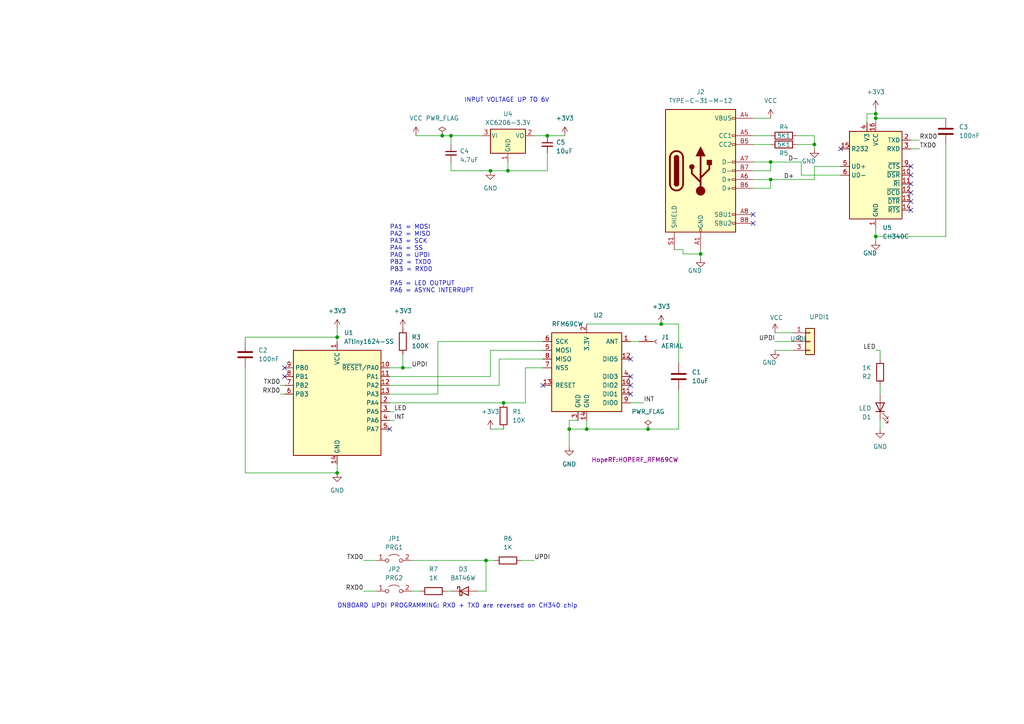
<source format=kicad_sch>
(kicad_sch (version 20230121) (generator eeschema)
  (paper "A4")
  (lib_symbols
    (symbol "Connector:Conn_01x01_Socket" (pin_names (offset 1.016) hide)
      (property "Reference" "J" (at 0 2.54 0))
      (property "Value" "Conn_01x01_Socket" (at 0 -2.54 0))
      (symbol "Conn_01x01_Socket_1_1"
        (polyline (pts (xy -1.27 0) (xy -0.508 0)) (stroke (width 0.1524)))
        (arc (start 0 0.508) (mid -0.5058 0) (end 0 -0.508) (stroke (width 0.1524)))
        (pin passive line (at -5.08 0 0) (length 3.81) (name "Pin_1") (number "1"))
      )
    )
    (symbol "Connector:USB_C_Receptacle_USB2.0" (pin_names (offset 1.016))
      (property "Reference" "J" (at -10.16 19.05 0))
      (property "Value" "USB_C_Receptacle_USB2.0" (at 19.05 19.05 0))
      (symbol "USB_C_Receptacle_USB2.0_0_0"
        (rectangle (start -0.254 -17.78) (end 0.254 -16.764))
        (rectangle (start 10.16 -14.986) (end 9.144 -15.494))
        (rectangle (start 10.16 -12.446) (end 9.144 -12.954))
        (rectangle (start 10.16 -4.826) (end 9.144 -5.334))
        (rectangle (start 10.16 -2.286) (end 9.144 -2.794))
        (rectangle (start 10.16 0.254) (end 9.144 -0.254))
        (rectangle (start 10.16 2.794) (end 9.144 2.286))
        (rectangle (start 10.16 7.874) (end 9.144 7.366))
        (rectangle (start 10.16 10.414) (end 9.144 9.906))
        (rectangle (start 10.16 15.494) (end 9.144 14.986))
      )
      (symbol "USB_C_Receptacle_USB2.0_0_1"
        (rectangle (start -10.16 17.78) (end 10.16 -17.78) (stroke (width 0.254)) (fill (type background)))
        (arc (start -8.89 -3.81) (mid -6.985 -5.7067) (end -5.08 -3.81) (stroke (width 0.508)))
        (arc (start -7.62 -3.81) (mid -6.985 -4.4423) (end -6.35 -3.81) (stroke (width 0.254)))
        (arc (start -7.62 -3.81) (mid -6.985 -4.4423) (end -6.35 -3.81) (stroke (width 0.254)) (fill (type outline)))
        (rectangle (start -7.62 -3.81) (end -6.35 3.81) (stroke (width 0.254)) (fill (type outline)))
        (arc (start -6.35 3.81) (mid -6.985 4.4423) (end -7.62 3.81) (stroke (width 0.254)))
        (arc (start -6.35 3.81) (mid -6.985 4.4423) (end -7.62 3.81) (stroke (width 0.254)) (fill (type outline)))
        (arc (start -5.08 3.81) (mid -6.985 5.7067) (end -8.89 3.81) (stroke (width 0.508)))
        (circle (center -2.54 1.143) (radius 0.635) (stroke (width 0.254)) (fill (type outline)))
        (circle (center 0 -5.842) (radius 1.27) (fill (type outline)))
        (polyline (pts (xy -8.89 -3.81) (xy -8.89 3.81)) (stroke (width 0.508)))
        (polyline (pts (xy -5.08 3.81) (xy -5.08 -3.81)) (stroke (width 0.508)))
        (polyline (pts (xy 0 -5.842) (xy 0 4.318)) (stroke (width 0.508)))
        (polyline (pts (xy 0 -3.302) (xy -2.54 -0.762) (xy -2.54 0.508)) (stroke (width 0.508)))
        (polyline (pts (xy 0 -2.032) (xy 2.54 0.508) (xy 2.54 1.778)) (stroke (width 0.508)))
        (polyline (pts (xy -1.27 4.318) (xy 0 6.858) (xy 1.27 4.318) (xy -1.27 4.318)) (stroke (width 0.254)) (fill (type outline)))
        (rectangle (start 1.905 1.778) (end 3.175 3.048) (stroke (width 0.254)) (fill (type outline)))
      )
      (symbol "USB_C_Receptacle_USB2.0_1_1"
        (pin passive line (at 0 -22.86 90) (length 5.08) (name "GND") (number "A1"))
        (pin passive line (at 0 -22.86 90) (length 5.08) hide (name "GND") (number "A12"))
        (pin passive line (at 15.24 15.24 180) (length 5.08) (name "VBUS") (number "A4"))
        (pin bidirectional line (at 15.24 10.16 180) (length 5.08) (name "CC1") (number "A5"))
        (pin bidirectional line (at 15.24 -2.54 180) (length 5.08) (name "D+") (number "A6"))
        (pin bidirectional line (at 15.24 2.54 180) (length 5.08) (name "D-") (number "A7"))
        (pin bidirectional line (at 15.24 -12.7 180) (length 5.08) (name "SBU1") (number "A8"))
        (pin passive line (at 15.24 15.24 180) (length 5.08) hide (name "VBUS") (number "A9"))
        (pin passive line (at 0 -22.86 90) (length 5.08) hide (name "GND") (number "B1"))
        (pin passive line (at 0 -22.86 90) (length 5.08) hide (name "GND") (number "B12"))
        (pin passive line (at 15.24 15.24 180) (length 5.08) hide (name "VBUS") (number "B4"))
        (pin bidirectional line (at 15.24 7.62 180) (length 5.08) (name "CC2") (number "B5"))
        (pin bidirectional line (at 15.24 -5.08 180) (length 5.08) (name "D+") (number "B6"))
        (pin bidirectional line (at 15.24 0 180) (length 5.08) (name "D-") (number "B7"))
        (pin bidirectional line (at 15.24 -15.24 180) (length 5.08) (name "SBU2") (number "B8"))
        (pin passive line (at 15.24 15.24 180) (length 5.08) hide (name "VBUS") (number "B9"))
        (pin passive line (at -7.62 -22.86 90) (length 5.08) (name "SHIELD") (number "S1"))
      )
    )
    (symbol "Connector_Generic:Conn_01x03" (pin_names (offset 1.016) hide)
      (property "Reference" "J" (at 0 5.08 0))
      (property "Value" "Conn_01x03" (at 0 -5.08 0))
      (symbol "Conn_01x03_1_1"
        (rectangle (start -1.27 -2.413) (end 0 -2.667) (stroke (width 0.1524)))
        (rectangle (start -1.27 0.127) (end 0 -0.127) (stroke (width 0.1524)))
        (rectangle (start -1.27 2.667) (end 0 2.413) (stroke (width 0.1524)))
        (rectangle (start -1.27 3.81) (end 1.27 -3.81) (stroke (width 0.254)) (fill (type background)))
        (pin passive line (at -5.08 2.54 0) (length 3.81) (name "Pin_1") (number "1"))
        (pin passive line (at -5.08 0 0) (length 3.81) (name "Pin_2") (number "2"))
        (pin passive line (at -5.08 -2.54 0) (length 3.81) (name "Pin_3") (number "3"))
      )
    )
    (symbol "Device:C" (pin_numbers hide) (pin_names (offset 0.254))
      (property "Reference" "C" (at 0.635 2.54 0))
      (property "Value" "C" (at 0.635 -2.54 0))
      (symbol "C_0_1"
        (polyline (pts (xy -2.032 -0.762) (xy 2.032 -0.762)) (stroke (width 0.508)))
        (polyline (pts (xy -2.032 0.762) (xy 2.032 0.762)) (stroke (width 0.508)))
      )
      (symbol "C_1_1"
        (pin passive line (at 0 3.81 270) (length 2.794) (name "~") (number "1"))
        (pin passive line (at 0 -3.81 90) (length 2.794) (name "~") (number "2"))
      )
    )
    (symbol "Device:C_Small" (pin_numbers hide) (pin_names (offset 0.254) hide)
      (property "Reference" "C" (at 0.254 1.778 0))
      (property "Value" "C_Small" (at 0.254 -2.032 0))
      (symbol "C_Small_0_1"
        (polyline (pts (xy -1.524 -0.508) (xy 1.524 -0.508)) (stroke (width 0.3302)))
        (polyline (pts (xy -1.524 0.508) (xy 1.524 0.508)) (stroke (width 0.3048)))
      )
      (symbol "C_Small_1_1"
        (pin passive line (at 0 2.54 270) (length 2.032) (name "~") (number "1"))
        (pin passive line (at 0 -2.54 90) (length 2.032) (name "~") (number "2"))
      )
    )
    (symbol "Device:D_Schottky" (pin_numbers hide) (pin_names (offset 1.016) hide)
      (property "Reference" "D" (at 0 2.54 0))
      (property "Value" "D_Schottky" (at 0 -2.54 0))
      (symbol "D_Schottky_0_1"
        (polyline (pts (xy 1.27 0) (xy -1.27 0)))
        (polyline (pts (xy 1.27 1.27) (xy 1.27 -1.27) (xy -1.27 0) (xy 1.27 1.27)) (stroke (width 0.254)))
        (polyline (pts (xy -1.905 0.635) (xy -1.905 1.27) (xy -1.27 1.27) (xy -1.27 -1.27) (xy -0.635 -1.27) (xy -0.635 -0.635)) (stroke (width 0.254)))
      )
      (symbol "D_Schottky_1_1"
        (pin passive line (at -3.81 0 0) (length 2.54) (name "K") (number "1"))
        (pin passive line (at 3.81 0 180) (length 2.54) (name "A") (number "2"))
      )
    )
    (symbol "Device:LED" (pin_numbers hide) (pin_names (offset 1.016) hide)
      (property "Reference" "D" (at 0 2.54 0))
      (property "Value" "LED" (at 0 -2.54 0))
      (symbol "LED_0_1"
        (polyline (pts (xy -1.27 -1.27) (xy -1.27 1.27)) (stroke (width 0.254)))
        (polyline (pts (xy -1.27 0) (xy 1.27 0)))
        (polyline (pts (xy 1.27 -1.27) (xy 1.27 1.27) (xy -1.27 0) (xy 1.27 -1.27)) (stroke (width 0.254)))
        (polyline (pts (xy -3.048 -0.762) (xy -4.572 -2.286) (xy -3.81 -2.286) (xy -4.572 -2.286) (xy -4.572 -1.524)))
        (polyline (pts (xy -1.778 -0.762) (xy -3.302 -2.286) (xy -2.54 -2.286) (xy -3.302 -2.286) (xy -3.302 -1.524)))
      )
      (symbol "LED_1_1"
        (pin passive line (at -3.81 0 0) (length 2.54) (name "K") (number "1"))
        (pin passive line (at 3.81 0 180) (length 2.54) (name "A") (number "2"))
      )
    )
    (symbol "Device:R" (pin_numbers hide) (pin_names (offset 0))
      (property "Reference" "R" (at 2.032 0 90))
      (property "Value" "R" (at 0 0 90))
      (symbol "R_0_1"
        (rectangle (start -1.016 -2.54) (end 1.016 2.54) (stroke (width 0.254)))
      )
      (symbol "R_1_1"
        (pin passive line (at 0 3.81 270) (length 1.27) (name "~") (number "1"))
        (pin passive line (at 0 -3.81 90) (length 1.27) (name "~") (number "2"))
      )
    )
    (symbol "HopeRF:RFM69CW" (pin_names (offset 1.016))
      (property "Reference" "U" (at -10.414 11.684 0))
      (property "Value" "RFM69CW" (at 1.524 11.43 0))
      (symbol "RFM69CW_0_1"
        (rectangle (start -10.16 10.16) (end 10.16 -12.7) (stroke (width 0.254)) (fill (type background)))
      )
      (symbol "RFM69CW_1_1"
        (pin bidirectional line (at 12.7 7.62 180) (length 2.54) (name "ANT") (number "1"))
        (pin bidirectional line (at 12.7 -5.08 180) (length 2.54) (name "DIO2") (number "10"))
        (pin bidirectional line (at 12.7 -7.62 180) (length 2.54) (name "DIO1") (number "11"))
        (pin bidirectional line (at 12.7 2.54 180) (length 2.54) (name "DIO5") (number "12"))
        (pin bidirectional line (at -12.7 -5.08 0) (length 2.54) (name "RESET") (number "13"))
        (pin power_in line (at 0 -15.24 90) (length 2.54) (name "GND") (number "14"))
        (pin power_in line (at 0 12.7 270) (length 2.54) (name "3.3V") (number "2"))
        (pin power_in line (at -2.54 -15.24 90) (length 2.54) (name "GND") (number "3"))
        (pin bidirectional line (at 12.7 -2.54 180) (length 2.54) (name "DIO3") (number "4"))
        (pin input line (at -12.7 5.08 0) (length 2.54) (name "MOSI") (number "5"))
        (pin input line (at -12.7 7.62 0) (length 2.54) (name "SCK") (number "6"))
        (pin input line (at -12.7 0 0) (length 2.54) (name "NSS") (number "7"))
        (pin output line (at -12.7 2.54 0) (length 2.54) (name "MISO") (number "8"))
        (pin bidirectional line (at 12.7 -10.16 180) (length 2.54) (name "DIO0") (number "9"))
      )
    )
    (symbol "Interface_USB:CH340C"
      (property "Reference" "U" (at -5.08 13.97 0))
      (property "Value" "CH340C" (at 1.27 13.97 0))
      (symbol "CH340C_0_1"
        (rectangle (start -7.62 12.7) (end 7.62 -12.7) (stroke (width 0.254)) (fill (type background)))
      )
      (symbol "CH340C_1_1"
        (pin power_in line (at 0 -15.24 90) (length 2.54) (name "GND") (number "1"))
        (pin input line (at 10.16 0 180) (length 2.54) (name "~{DSR}") (number "10"))
        (pin input line (at 10.16 -2.54 180) (length 2.54) (name "~{RI}") (number "11"))
        (pin input line (at 10.16 -5.08 180) (length 2.54) (name "~{DCD}") (number "12"))
        (pin output line (at 10.16 -7.62 180) (length 2.54) (name "~{DTR}") (number "13"))
        (pin output line (at 10.16 -10.16 180) (length 2.54) (name "~{RTS}") (number "14"))
        (pin input line (at -10.16 7.62 0) (length 2.54) (name "R232") (number "15"))
        (pin power_in line (at 0 15.24 270) (length 2.54) (name "VCC") (number "16"))
        (pin output line (at 10.16 10.16 180) (length 2.54) (name "TXD") (number "2"))
        (pin input line (at 10.16 7.62 180) (length 2.54) (name "RXD") (number "3"))
        (pin passive line (at -2.54 15.24 270) (length 2.54) (name "V3") (number "4"))
        (pin bidirectional line (at -10.16 2.54 0) (length 2.54) (name "UD+") (number "5"))
        (pin bidirectional line (at -10.16 0 0) (length 2.54) (name "UD-") (number "6"))
        (pin no_connect line (at -7.62 -7.62 0) (length 2.54) hide (name "NC") (number "7"))
        (pin no_connect line (at -7.62 -10.16 0) (length 2.54) hide (name "NC") (number "8"))
        (pin input line (at 10.16 2.54 180) (length 2.54) (name "~{CTS}") (number "9"))
      )
    )
    (symbol "Jumper:Jumper_2_Open" (pin_names (offset 0) hide)
      (property "Reference" "JP" (at 0 2.794 0))
      (property "Value" "Jumper_2_Open" (at 0 -2.286 0))
      (symbol "Jumper_2_Open_0_0"
        (circle (center -2.032 0) (radius 0.508))
        (circle (center 2.032 0) (radius 0.508))
      )
      (symbol "Jumper_2_Open_0_1"
        (arc (start 1.524 1.27) (mid 0 1.778) (end -1.524 1.27))
      )
      (symbol "Jumper_2_Open_1_1"
        (pin passive line (at -5.08 0 0) (length 2.54) (name "A") (number "1"))
        (pin passive line (at 5.08 0 180) (length 2.54) (name "B") (number "2"))
      )
    )
    (symbol "MCU_Microchip_ATtiny:ATtiny1624-SS"
      (property "Reference" "U" (at -12.7 16.51 0))
      (property "Value" "ATtiny1624-SS" (at 2.54 -16.51 0))
      (symbol "ATtiny1624-SS_0_1"
        (rectangle (start -12.7 -15.24) (end 12.7 15.24) (stroke (width 0.254)) (fill (type background)))
      )
      (symbol "ATtiny1624-SS_1_1"
        (pin power_in line (at 0 17.78 270) (length 2.54) (name "VCC") (number "1"))
        (pin bidirectional line (at 15.24 10.16 180) (length 2.54) (name "~{RESET}/PA0") (number "10"))
        (pin bidirectional line (at 15.24 7.62 180) (length 2.54) (name "PA1") (number "11"))
        (pin bidirectional line (at 15.24 5.08 180) (length 2.54) (name "PA2") (number "12"))
        (pin bidirectional line (at 15.24 2.54 180) (length 2.54) (name "PA3") (number "13"))
        (pin power_in line (at 0 -17.78 90) (length 2.54) (name "GND") (number "14"))
        (pin bidirectional line (at 15.24 0 180) (length 2.54) (name "PA4") (number "2"))
        (pin bidirectional line (at 15.24 -2.54 180) (length 2.54) (name "PA5") (number "3"))
        (pin bidirectional line (at 15.24 -5.08 180) (length 2.54) (name "PA6") (number "4"))
        (pin bidirectional line (at 15.24 -7.62 180) (length 2.54) (name "PA7") (number "5"))
        (pin bidirectional line (at -15.24 2.54 0) (length 2.54) (name "PB3") (number "6"))
        (pin bidirectional line (at -15.24 5.08 0) (length 2.54) (name "PB2") (number "7"))
        (pin bidirectional line (at -15.24 7.62 0) (length 2.54) (name "PB1") (number "8"))
        (pin bidirectional line (at -15.24 10.16 0) (length 2.54) (name "PB0") (number "9"))
      )
    )
    (symbol "Regulator_Linear:XC6206PxxxMR" (pin_names (offset 0.254))
      (property "Reference" "U" (at -3.81 3.175 0))
      (property "Value" "XC6206PxxxMR" (at 0 3.175 0))
      (symbol "XC6206PxxxMR_0_1"
        (rectangle (start -5.08 1.905) (end 5.08 -5.08) (stroke (width 0.254)) (fill (type background)))
      )
      (symbol "XC6206PxxxMR_1_1"
        (pin power_in line (at 0 -7.62 90) (length 2.54) (name "GND") (number "1"))
        (pin power_out line (at 7.62 0 180) (length 2.54) (name "VO") (number "2"))
        (pin power_in line (at -7.62 0 0) (length 2.54) (name "VI") (number "3"))
      )
    )
    (symbol "power:+3V3" (power) (pin_names (offset 0))
      (property "Value" "+3V3" (at 0 3.556 0))
      (symbol "+3V3_0_1"
        (polyline (pts (xy -0.762 1.27) (xy 0 2.54)))
        (polyline (pts (xy 0 0) (xy 0 2.54)))
        (polyline (pts (xy 0 2.54) (xy 0.762 1.27)))
      )
      (symbol "+3V3_1_1"
        (pin power_in line (at 0 0 90) (length 0) hide (name "+3V3") (number "1"))
      )
    )
    (symbol "power:GND" (power) (pin_names (offset 0))
      (property "Value" "GND" (at 0 -3.81 0))
      (symbol "GND_0_1"
        (polyline (pts (xy 0 0) (xy 0 -1.27) (xy 1.27 -1.27) (xy 0 -2.54) (xy -1.27 -1.27) (xy 0 -1.27)))
      )
      (symbol "GND_1_1"
        (pin power_in line (at 0 0 270) (length 0) hide (name "GND") (number "1"))
      )
    )
    (symbol "power:PWR_FLAG" (power) (pin_numbers hide) (pin_names (offset 0) hide)
      (property "Value" "PWR_FLAG" (at 0 3.81 0))
      (symbol "PWR_FLAG_0_0"
        (pin power_out line (at 0 0 90) (length 0) (name "pwr") (number "1"))
      )
      (symbol "PWR_FLAG_0_1"
        (polyline (pts (xy 0 0) (xy 0 1.27) (xy -1.016 1.905) (xy 0 2.54) (xy 1.016 1.905) (xy 0 1.27)))
      )
    )
    (symbol "power:VCC" (power) (pin_names (offset 0))
      (property "Value" "VCC" (at 0 3.81 0))
      (symbol "VCC_0_1"
        (polyline (pts (xy -0.762 1.27) (xy 0 2.54)))
        (polyline (pts (xy 0 0) (xy 0 2.54)))
        (polyline (pts (xy 0 2.54) (xy 0.762 1.27)))
      )
      (symbol "VCC_1_1"
        (pin power_in line (at 0 0 90) (length 0) hide (name "VCC") (number "1"))
      )
    )
  )
  (junction (at 140.97 162.56))
  (junction (at 170.18 124.46))
  (junction (at 165.1 124.46))
  (junction (at 187.96 124.46))
  (junction (at 223.52 46.99))
  (junction (at 254 33.02))
  (junction (at 254 68.58))
  (junction (at 236.22 41.91))
  (junction (at 130.81 39.37))
  (junction (at 97.79 137.16))
  (junction (at 128.27 39.37))
  (junction (at 254 34.29))
  (junction (at 158.75 39.37))
  (junction (at 146.05 116.84))
  (junction (at 97.79 97.79))
  (junction (at 203.2 73.66))
  (junction (at 142.24 49.53))
  (junction (at 116.84 106.68))
  (junction (at 147.32 49.53))
  (junction (at 191.77 93.98))
  (junction (at 223.52 52.07))
  (no_connect (at 113.03 124.46))
  (no_connect (at 182.88 109.22))
  (no_connect (at 82.55 109.22))
  (no_connect (at 218.44 64.77))
  (no_connect (at 82.55 106.68))
  (no_connect (at 264.16 58.42))
  (no_connect (at 182.88 111.76))
  (no_connect (at 218.44 62.23))
  (no_connect (at 264.16 50.8))
  (no_connect (at 243.84 43.18))
  (no_connect (at 264.16 53.34))
  (no_connect (at 182.88 114.3))
  (no_connect (at 264.16 55.88))
  (no_connect (at 264.16 48.26))
  (no_connect (at 182.88 104.14))
  (no_connect (at 264.16 60.96))
  (no_connect (at 157.48 111.76))
  (wire (pts (xy 191.77 93.98) (xy 196.85 93.98)))
  (wire (pts (xy 165.1 124.46) (xy 165.1 129.54)))
  (wire (pts (xy 218.44 54.61) (xy 223.52 54.61)))
  (wire (pts (xy 251.46 35.56) (xy 251.46 33.02)))
  (wire (pts (xy 264.16 43.18) (xy 266.7 43.18)))
  (wire (pts (xy 223.52 52.07) (xy 236.22 52.07)))
  (wire (pts (xy 71.12 97.79) (xy 97.79 97.79)))
  (wire (pts (xy 165.1 121.92) (xy 165.1 124.46)))
  (wire (pts (xy 182.88 116.84) (xy 186.69 116.84)))
  (wire (pts (xy 105.41 171.45) (xy 109.22 171.45)))
  (wire (pts (xy 147.32 49.53) (xy 158.75 49.53)))
  (wire (pts (xy 97.79 97.79) (xy 97.79 99.06)))
  (wire (pts (xy 218.44 49.53) (xy 223.52 49.53)))
  (wire (pts (xy 147.32 46.99) (xy 147.32 49.53)))
  (wire (pts (xy 165.1 121.92) (xy 167.64 121.92)))
  (wire (pts (xy 218.44 52.07) (xy 223.52 52.07)))
  (wire (pts (xy 254 34.29) (xy 274.32 34.29)))
  (wire (pts (xy 97.79 134.62) (xy 97.79 137.16)))
  (wire (pts (xy 231.14 41.91) (xy 236.22 41.91)))
  (wire (pts (xy 119.38 171.45) (xy 121.92 171.45)))
  (wire (pts (xy 157.48 99.06) (xy 127 99.06)))
  (wire (pts (xy 229.87 101.6) (xy 224.79 101.6)))
  (wire (pts (xy 223.52 54.61) (xy 223.52 52.07)))
  (wire (pts (xy 198.12 73.66) (xy 203.2 73.66)))
  (wire (pts (xy 196.85 124.46) (xy 196.85 113.03)))
  (wire (pts (xy 223.52 46.99) (xy 232.41 46.99)))
  (wire (pts (xy 142.24 101.6) (xy 157.48 101.6)))
  (wire (pts (xy 127 99.06) (xy 127 114.3)))
  (wire (pts (xy 97.79 137.16) (xy 71.12 137.16)))
  (wire (pts (xy 130.81 46.99) (xy 130.81 49.53)))
  (wire (pts (xy 255.27 121.92) (xy 255.27 124.46)))
  (wire (pts (xy 143.51 162.56) (xy 140.97 162.56)))
  (wire (pts (xy 119.38 162.56) (xy 140.97 162.56)))
  (wire (pts (xy 195.58 72.39) (xy 198.12 72.39)))
  (wire (pts (xy 144.78 104.14) (xy 144.78 111.76)))
  (wire (pts (xy 157.48 104.14) (xy 144.78 104.14)))
  (wire (pts (xy 140.97 171.45) (xy 138.43 171.45)))
  (wire (pts (xy 129.54 171.45) (xy 130.81 171.45)))
  (wire (pts (xy 187.96 124.46) (xy 196.85 124.46)))
  (wire (pts (xy 264.16 40.64) (xy 266.7 40.64)))
  (wire (pts (xy 229.87 99.06) (xy 224.79 99.06)))
  (wire (pts (xy 142.24 124.46) (xy 146.05 124.46)))
  (wire (pts (xy 255.27 101.6) (xy 255.27 104.14)))
  (wire (pts (xy 274.32 68.58) (xy 274.32 41.91)))
  (wire (pts (xy 142.24 109.22) (xy 142.24 101.6)))
  (wire (pts (xy 144.78 111.76) (xy 113.03 111.76)))
  (wire (pts (xy 97.79 95.25) (xy 97.79 97.79)))
  (wire (pts (xy 182.88 99.06) (xy 185.42 99.06)))
  (wire (pts (xy 203.2 73.66) (xy 203.2 74.93)))
  (wire (pts (xy 154.94 39.37) (xy 158.75 39.37)))
  (wire (pts (xy 255.27 111.76) (xy 255.27 114.3)))
  (wire (pts (xy 254 68.58) (xy 274.32 68.58)))
  (wire (pts (xy 128.27 39.37) (xy 130.81 39.37)))
  (wire (pts (xy 120.65 39.37) (xy 128.27 39.37)))
  (wire (pts (xy 254 34.29) (xy 254 35.56)))
  (wire (pts (xy 196.85 93.98) (xy 196.85 105.41)))
  (wire (pts (xy 251.46 33.02) (xy 254 33.02)))
  (wire (pts (xy 113.03 116.84) (xy 146.05 116.84)))
  (wire (pts (xy 113.03 121.92) (xy 114.3 121.92)))
  (wire (pts (xy 224.79 96.52) (xy 229.87 96.52)))
  (wire (pts (xy 170.18 124.46) (xy 170.18 121.92)))
  (wire (pts (xy 254 68.58) (xy 254 69.85)))
  (wire (pts (xy 236.22 39.37) (xy 231.14 39.37)))
  (wire (pts (xy 236.22 48.26) (xy 243.84 48.26)))
  (wire (pts (xy 130.81 41.91) (xy 130.81 39.37)))
  (wire (pts (xy 151.13 162.56) (xy 154.94 162.56)))
  (wire (pts (xy 146.05 116.84) (xy 152.4 116.84)))
  (wire (pts (xy 218.44 39.37) (xy 223.52 39.37)))
  (wire (pts (xy 71.12 99.06) (xy 71.12 97.79)))
  (wire (pts (xy 254 101.6) (xy 255.27 101.6)))
  (wire (pts (xy 203.2 72.39) (xy 203.2 73.66)))
  (wire (pts (xy 218.44 41.91) (xy 223.52 41.91)))
  (wire (pts (xy 236.22 41.91) (xy 236.22 39.37)))
  (wire (pts (xy 158.75 49.53) (xy 158.75 44.45)))
  (wire (pts (xy 158.75 39.37) (xy 163.83 39.37)))
  (wire (pts (xy 254 31.75) (xy 254 33.02)))
  (wire (pts (xy 236.22 41.91) (xy 236.22 43.18)))
  (wire (pts (xy 142.24 49.53) (xy 147.32 49.53)))
  (wire (pts (xy 236.22 52.07) (xy 236.22 48.26)))
  (wire (pts (xy 165.1 124.46) (xy 170.18 124.46)))
  (wire (pts (xy 113.03 109.22) (xy 142.24 109.22)))
  (wire (pts (xy 152.4 106.68) (xy 157.48 106.68)))
  (wire (pts (xy 130.81 49.53) (xy 142.24 49.53)))
  (wire (pts (xy 81.28 111.76) (xy 82.55 111.76)))
  (wire (pts (xy 198.12 72.39) (xy 198.12 73.66)))
  (wire (pts (xy 116.84 106.68) (xy 119.38 106.68)))
  (wire (pts (xy 105.41 162.56) (xy 109.22 162.56)))
  (wire (pts (xy 152.4 116.84) (xy 152.4 106.68)))
  (wire (pts (xy 113.03 106.68) (xy 116.84 106.68)))
  (wire (pts (xy 113.03 119.38) (xy 114.3 119.38)))
  (wire (pts (xy 254 66.04) (xy 254 68.58)))
  (wire (pts (xy 232.41 46.99) (xy 232.41 50.8)))
  (wire (pts (xy 254 33.02) (xy 254 34.29)))
  (wire (pts (xy 218.44 34.29) (xy 223.52 34.29)))
  (wire (pts (xy 127 114.3) (xy 113.03 114.3)))
  (wire (pts (xy 218.44 46.99) (xy 223.52 46.99)))
  (wire (pts (xy 71.12 137.16) (xy 71.12 106.68)))
  (wire (pts (xy 140.97 162.56) (xy 140.97 171.45)))
  (wire (pts (xy 170.18 93.98) (xy 191.77 93.98)))
  (wire (pts (xy 223.52 49.53) (xy 223.52 46.99)))
  (wire (pts (xy 170.18 124.46) (xy 187.96 124.46)))
  (wire (pts (xy 232.41 50.8) (xy 243.84 50.8)))
  (wire (pts (xy 130.81 39.37) (xy 139.7 39.37)))
  (wire (pts (xy 81.28 114.3) (xy 82.55 114.3)))
  (wire (pts (xy 116.84 102.87) (xy 116.84 106.68)))
  (text "ONBOARD UPDI PROGRAMMING: RXD + TXD are reversed on CH340 chip" (at 97.79 176.53 0) (effects (font (size 1.27 1.27)) (justify left bottom)))
  (text "PA1 = MOSI\nPA2 = MISO\nPA3 = SCK\nPA4 = SS\nPA0 = UPDI\nPB2 = TXD0\nPB3 = RXD0\n\nPA5 = LED OUTPUT\nPA6 = ASYNC INTERRUPT" (at 113.03 85.09 0) (effects (font (size 1.27 1.27)) (justify left bottom)))
  (text "INPUT VOLTAGE UP TO 6V" (at 134.62 29.845 0) (effects (font (size 1.27 1.27)) (justify left bottom)))
  (label "TXD0" (at 266.7 43.18 0))
  (label "D+" (at 227.33 52.07 0))
  (label "LED" (at 254 101.6 180))
  (label "TXD0" (at 81.28 111.76 180))
  (label "RXD0" (at 81.28 114.3 180))
  (label "TXD0" (at 105.41 162.56 180))
  (label "UPDI" (at 154.94 162.56 0))
  (label "D-" (at 228.6 46.99 0))
  (label "RXD0" (at 105.41 171.45 180))
  (label "INT" (at 114.3 121.92 0))
  (label "UPDI" (at 119.38 106.68 0))
  (label "LED" (at 114.3 119.38 0))
  (label "INT" (at 186.69 116.84 0))
  (label "UPDI" (at 224.79 99.06 180))
  (label "RXD0" (at 266.7 40.64 0))
  (symbol (lib_id "Connector_Generic:Conn_01x03") (at 234.95 99.06 0) (unit 1)
    (property "Reference" "UPDI1" (at 237.6932 91.9226 0))
    (property "Value" "UPDI" (at 231.521 98.298 0))
    (property "Footprint" "Connector_PinSocket_2.54mm:PinSocket_1x03_P2.54mm_Vertical" (effects hide))
  )
  (symbol (lib_id "power:+3V3") (at 142.24 124.46 0) (unit 1)
    (property "Reference" "#PWR03" (effects hide))
    (property "Value" "+3V3" (at 142.24 119.38 0))
  )
  (symbol (lib_id "power:VCC") (at 120.65 39.37 0) (unit 1)
    (property "Reference" "#PWR017" (effects hide))
    (property "Value" "VCC" (at 120.65 34.29 0))
  )
  (symbol (lib_id "Connector:USB_C_Receptacle_USB2.0") (at 203.2 49.53 0) (unit 1)
    (property "Reference" "J2" (at 203.2 26.67 0))
    (property "Value" "TYPE-C-31-M-12" (at 203.2 29.21 0))
    (property "Footprint" "USB-C-Power-tester:TYPE-C-31-M-12" (effects hide))
    (property "PartNumber" "TYPE-C-31-M-12" (effects hide))
    (property "LCSCStockCode" "C165948" (effects hide))
  )
  (symbol (lib_id "power:VCC") (at 223.52 34.29 0) (unit 1)
    (property "Reference" "#PWR010" (effects hide))
    (property "Value" "VCC" (at 223.52 29.21 0))
  )
  (symbol (lib_id "MCU_Microchip_ATtiny:ATtiny1624-SS") (at 97.79 116.84 0) (unit 1)
    (property "Reference" "U1" (at 99.7459 96.52 0) (effects (justify left)))
    (property "Value" "ATtiny1624-SS" (at 99.7459 99.06 0) (effects (justify left)))
    (property "Footprint" "Package_SO:SOIC-14_3.9x8.7mm_P1.27mm" (effects hide))
    (property "Datasheet" "https://ww1.microchip.com/downloads/en/DeviceDoc/ATtiny1624-26-27-DataSheet-DS40002234A.pdf" (effects hide))
    (property "LCSCStockCode" "C5160891" (effects hide))
    (property "PartNumber" "ATTINY1624-SS" (effects hide))
  )
  (symbol (lib_id "HopeRF:RFM69CW") (at 170.18 106.68 0) (unit 1)
    (property "Reference" "U2" (at 172.1359 91.44 0) (effects (justify left)))
    (property "Value" "RFM69CW" (at 160.02 93.98 0) (effects (justify left)))
    (property "Footprint" "HopeRF:HOPERF_RFM69CW" (at 184.15 133.35 0))
    (property "Datasheet" "https://www.hoperf.com/modules/rf_transceiver/RFM69C.html" (effects hide))
  )
  (symbol (lib_id "power:VCC") (at 224.79 96.52 0) (unit 1)
    (property "Reference" "#PWR08" (effects hide))
    (property "Value" "VCC" (at 225.2218 92.1258 0))
  )
  (symbol (lib_id "power:+3V3") (at 191.77 93.98 0) (unit 1)
    (property "Reference" "#PWR04" (effects hide))
    (property "Value" "+3V3" (at 191.77 88.9 0))
  )
  (symbol (lib_id "power:GND") (at 203.2 74.93 0) (unit 1)
    (property "Reference" "#PWR011" (effects hide))
    (property "Value" "GND" (at 201.549 78.486 0))
  )
  (symbol (lib_id "Device:R") (at 146.05 120.65 0) (unit 1)
    (property "Reference" "R1" (at 148.59 119.38 0) (effects (justify left)))
    (property "Value" "10K" (at 148.59 121.92 0) (effects (justify left)))
    (property "Footprint" "Resistor_SMD:R_0805_2012Metric" (effects hide))
  )
  (symbol (lib_id "Device:C") (at 71.12 102.87 0) (unit 1)
    (property "Reference" "C2" (at 74.93 101.6 0) (effects (justify left)))
    (property "Value" "100nF" (at 74.93 104.14 0) (effects (justify left)))
    (property "Footprint" "Capacitor_SMD:C_0805_2012Metric" (effects hide))
  )
  (symbol (lib_id "power:+3V3") (at 254 31.75 0) (unit 1)
    (property "Reference" "#PWR012" (effects hide))
    (property "Value" "+3V3" (at 254 26.67 0))
  )
  (symbol (lib_id "Device:R") (at 147.32 162.56 270) (unit 1)
    (property "Reference" "R6" (at 147.32 156.21 90))
    (property "Value" "1K" (at 147.32 158.75 90))
    (property "Footprint" "Resistor_SMD:R_0805_2012Metric" (effects hide))
  )
  (symbol (lib_id "power:PWR_FLAG") (at 128.27 39.37 0) (unit 1)
    (property "Reference" "#FLG03" (effects hide))
    (property "Value" "PWR_FLAG" (at 128.27 34.29 0))
  )
  (symbol (lib_id "power:+3V3") (at 116.84 95.25 0) (unit 1)
    (property "Reference" "#PWR07" (effects hide))
    (property "Value" "+3V3" (at 116.84 90.17 0))
  )
  (symbol (lib_id "Device:C") (at 274.32 38.1 0) (unit 1)
    (property "Reference" "C3" (at 278.13 36.83 0) (effects (justify left)))
    (property "Value" "100nF" (at 278.13 39.37 0) (effects (justify left)))
    (property "Footprint" "Capacitor_SMD:C_0805_2012Metric" (effects hide))
  )
  (symbol (lib_id "Interface_USB:CH340C") (at 254 50.8 0) (unit 1)
    (property "Reference" "U5" (at 255.9559 66.04 0) (effects (justify left)))
    (property "Value" "CH340C" (at 255.9559 68.58 0) (effects (justify left)))
    (property "Footprint" "Package_SO:SOIC-16_3.9x9.9mm_P1.27mm" (effects hide))
    (property "Datasheet" "https://datasheet.lcsc.com/szlcsc/Jiangsu-Qin-Heng-CH340C_C84681.pdf" (effects hide))
    (property "LCSCStockCode" "C84681" (effects hide))
    (property "PartNumber" "CH340C" (effects hide))
  )
  (symbol (lib_id "Device:R") (at 125.73 171.45 270) (unit 1)
    (property "Reference" "R7" (at 125.73 165.1 90))
    (property "Value" "1K" (at 125.73 167.64 90))
    (property "Footprint" "Resistor_SMD:R_0805_2012Metric" (effects hide))
  )
  (symbol (lib_id "power:+3V3") (at 97.79 95.25 0) (unit 1)
    (property "Reference" "#PWR05" (effects hide))
    (property "Value" "+3V3" (at 97.79 90.17 0))
  )
  (symbol (lib_id "power:PWR_FLAG") (at 187.96 124.46 0) (unit 1)
    (property "Reference" "#FLG02" (effects hide))
    (property "Value" "PWR_FLAG" (at 187.96 119.38 0))
  )
  (symbol (lib_id "power:+3V3") (at 163.83 39.37 0) (unit 1)
    (property "Reference" "#PWR018" (effects hide))
    (property "Value" "+3V3" (at 163.83 34.29 0))
  )
  (symbol (lib_id "Device:D_Schottky") (at 134.62 171.45 0) (unit 1)
    (property "Reference" "D3" (at 134.3025 165.1 0))
    (property "Value" "BAT46W" (at 134.3025 167.64 0))
    (property "Footprint" "Diode_SMD:D_SOD-123" (effects hide))
    (property "LCSCStockCode" "C54110" (effects hide))
  )
  (symbol (lib_id "Device:R") (at 255.27 107.95 180) (unit 1)
    (property "Reference" "R2" (at 252.73 109.22 0) (effects (justify left)))
    (property "Value" "1K" (at 252.73 106.68 0) (effects (justify left)))
    (property "Footprint" "Resistor_SMD:R_0805_2012Metric" (effects hide))
  )
  (symbol (lib_id "power:GND") (at 165.1 129.54 0) (unit 1)
    (property "Reference" "#PWR02" (effects hide))
    (property "Value" "GND" (at 165.1 134.62 0))
  )
  (symbol (lib_id "Device:R") (at 116.84 99.06 0) (unit 1)
    (property "Reference" "R3" (at 119.38 97.79 0) (effects (justify left)))
    (property "Value" "100K" (at 119.38 100.33 0) (effects (justify left)))
    (property "Footprint" "Resistor_SMD:R_0805_2012Metric" (effects hide))
  )
  (symbol (lib_id "power:GND") (at 255.27 124.46 0) (unit 1)
    (property "Reference" "#PWR06" (effects hide))
    (property "Value" "GND" (at 255.27 129.54 0))
  )
  (symbol (lib_id "Device:C_Small") (at 130.81 44.45 0) (unit 1)
    (property "Reference" "C4" (at 133.35 43.8213 0) (effects (justify left)))
    (property "Value" "4.7uF" (at 133.35 46.3613 0) (effects (justify left)))
    (property "Footprint" "Capacitor_SMD:C_0805_2012Metric" (effects hide))
  )
  (symbol (lib_id "Connector:Conn_01x01_Socket") (at 190.5 99.06 0) (unit 1) (in_bom no)
    (property "Reference" "J1" (at 191.77 97.79 0) (effects (justify left)))
    (property "Value" "AERIAL" (at 191.77 100.33 0) (effects (justify left)))
    (property "Footprint" "Connector_PinHeader_2.54mm:PinHeader_1x01_P2.54mm_Vertical" (effects hide))
  )
  (symbol (lib_id "Device:LED") (at 255.27 118.11 90) (unit 1)
    (property "Reference" "D1" (at 252.73 120.9675 90) (effects (justify left)))
    (property "Value" "LED" (at 252.73 118.4275 90) (effects (justify left)))
    (property "Footprint" "LED_SMD:LED_0805_2012Metric" (effects hide))
  )
  (symbol (lib_id "Device:R") (at 227.33 41.91 90) (unit 1)
    (property "Reference" "R5" (at 227.33 44.45 90))
    (property "Value" "5K1" (at 227.33 41.91 90))
    (property "Footprint" "Resistor_SMD:R_0805_2012Metric" (effects hide))
  )
  (symbol (lib_id "Device:C") (at 196.85 109.22 0) (unit 1)
    (property "Reference" "C1" (at 200.66 107.95 0) (effects (justify left)))
    (property "Value" "10uF" (at 200.66 110.49 0) (effects (justify left)))
    (property "Footprint" "Capacitor_SMD:C_0805_2012Metric" (effects hide))
  )
  (symbol (lib_id "Jumper:Jumper_2_Open") (at 114.3 171.45 0) (unit 1)
    (property "Reference" "JP2" (at 114.3 165.1 0))
    (property "Value" "PRG2" (at 114.3 167.64 0))
    (property "Footprint" "Connector_PinSocket_2.54mm:PinSocket_1x02_P2.54mm_Vertical" (effects hide))
  )
  (symbol (lib_id "Device:R") (at 227.33 39.37 90) (unit 1)
    (property "Reference" "R4" (at 227.33 36.83 90))
    (property "Value" "5K1" (at 227.33 39.37 90))
    (property "Footprint" "Resistor_SMD:R_0805_2012Metric" (effects hide))
  )
  (symbol (lib_id "Device:C_Small") (at 158.75 41.91 0) (unit 1)
    (property "Reference" "C5" (at 161.29 41.2813 0) (effects (justify left)))
    (property "Value" "10uF" (at 161.29 43.8213 0) (effects (justify left)))
    (property "Footprint" "Capacitor_SMD:C_0805_2012Metric" (effects hide))
  )
  (symbol (lib_id "power:GND") (at 254 69.85 0) (unit 1)
    (property "Reference" "#PWR014" (effects hide))
    (property "Value" "GND" (at 252.349 73.406 0))
  )
  (symbol (lib_id "power:GND") (at 142.24 49.53 0) (unit 1)
    (property "Reference" "#PWR015" (effects hide))
    (property "Value" "GND" (at 142.24 54.61 0))
  )
  (symbol (lib_id "Regulator_Linear:XC6206PxxxMR") (at 147.32 39.37 0) (unit 1)
    (property "Reference" "U4" (at 147.32 33.02 0))
    (property "Value" "XC6206-3.3V" (at 147.32 35.56 0))
    (property "Footprint" "Package_TO_SOT_SMD:SOT-23-3" (effects hide))
    (property "Datasheet" "https://www.torexsemi.com/file/xc6206/XC6206.pdf" (effects hide))
    (property "PartNumber" "XC6206-3.3V" (effects hide))
    (property "LCSCStockCode" "C2891841" (effects hide))
  )
  (symbol (lib_id "power:GND") (at 224.79 101.6 0) (unit 1)
    (property "Reference" "#PWR09" (effects hide))
    (property "Value" "GND" (at 223.139 105.156 0))
  )
  (symbol (lib_id "power:GND") (at 236.22 43.18 0) (unit 1)
    (property "Reference" "#PWR013" (effects hide))
    (property "Value" "GND" (at 234.569 46.736 0))
  )
  (symbol (lib_id "Jumper:Jumper_2_Open") (at 114.3 162.56 0) (unit 1)
    (property "Reference" "JP1" (at 114.3 156.21 0))
    (property "Value" "PRG1" (at 114.3 158.75 0))
    (property "Footprint" "Connector_PinSocket_2.54mm:PinSocket_1x02_P2.54mm_Vertical" (effects hide))
  )
  (symbol (lib_id "power:GND") (at 97.79 137.16 0) (unit 1)
    (property "Reference" "#PWR01" (effects hide))
    (property "Value" "GND" (at 97.79 142.24 0))
  )
)
</source>
